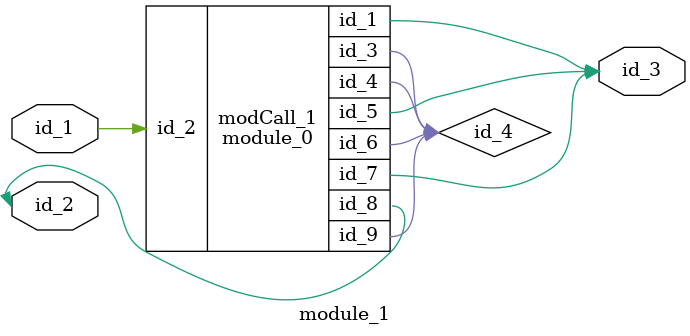
<source format=v>
module module_0 (
    id_1,
    id_2,
    id_3,
    id_4,
    id_5,
    id_6,
    id_7,
    id_8,
    id_9
);
  inout wire id_9;
  output wire id_8;
  output wire id_7;
  inout wire id_6;
  output wire id_5;
  inout wire id_4;
  output wire id_3;
  input wire id_2;
  output wire id_1;
  wire id_10;
endmodule
module module_1 (
    id_1,
    id_2,
    id_3
);
  output wire id_3;
  inout wire id_2;
  input wire id_1;
  wire id_4;
  module_0 modCall_1 (
      id_3,
      id_1,
      id_4,
      id_4,
      id_3,
      id_4,
      id_3,
      id_2,
      id_4
  );
  wire id_5;
endmodule

</source>
